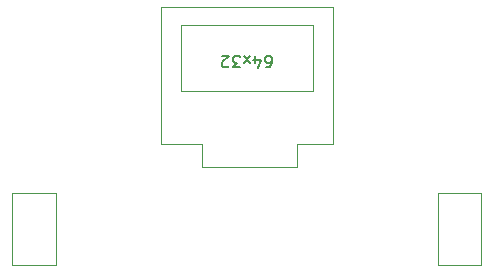
<source format=gbr>
%TF.GenerationSoftware,KiCad,Pcbnew,(5.1.7-0-10_14)*%
%TF.CreationDate,2020-11-27T19:57:41+01:00*%
%TF.ProjectId,AtmoNode,41746d6f-4e6f-4646-952e-6b696361645f,rev?*%
%TF.SameCoordinates,Original*%
%TF.FileFunction,Legend,Top*%
%TF.FilePolarity,Positive*%
%FSLAX46Y46*%
G04 Gerber Fmt 4.6, Leading zero omitted, Abs format (unit mm)*
G04 Created by KiCad (PCBNEW (5.1.7-0-10_14)) date 2020-11-27 19:57:41*
%MOMM*%
%LPD*%
G01*
G04 APERTURE LIST*
%ADD10C,0.120000*%
%ADD11C,0.150000*%
G04 APERTURE END LIST*
D10*
%TO.C,J2*%
X135590000Y-101030000D02*
X124410000Y-101030000D01*
X135590000Y-106620000D02*
X135590000Y-101030000D01*
X124410000Y-106620000D02*
X135590000Y-106620000D01*
X124410000Y-101030000D02*
X124410000Y-106620000D01*
X122750000Y-99500000D02*
X122750000Y-99500000D01*
X134210000Y-113100000D02*
X126210000Y-113100000D01*
X134210000Y-111100000D02*
X134210000Y-113100000D01*
X134220000Y-111100000D02*
X134210000Y-111100000D01*
X137250000Y-111100000D02*
X134220000Y-111100000D01*
X137250000Y-99500000D02*
X137250000Y-111100000D01*
X122750000Y-99500000D02*
X137250000Y-99500000D01*
X122750000Y-111100000D02*
X122750000Y-99500000D01*
X126210000Y-111100000D02*
X122750000Y-111100000D01*
X126210000Y-113100000D02*
X126210000Y-111100000D01*
%TO.C,SW2*%
X149850000Y-115240000D02*
X149850000Y-121360000D01*
X149850000Y-121360000D02*
X146150000Y-121360000D01*
X146150000Y-121360000D02*
X146150000Y-115240000D01*
X146150000Y-115240000D02*
X149850000Y-115240000D01*
%TO.C,SW3*%
X110150000Y-121360000D02*
X110150000Y-115240000D01*
X110150000Y-115240000D02*
X113850000Y-115240000D01*
X113850000Y-115240000D02*
X113850000Y-121360000D01*
X113850000Y-121360000D02*
X110150000Y-121360000D01*
%TO.C,J2*%
D11*
X131642857Y-104647619D02*
X131833333Y-104647619D01*
X131928571Y-104600000D01*
X131976190Y-104552380D01*
X132071428Y-104409523D01*
X132119047Y-104219047D01*
X132119047Y-103838095D01*
X132071428Y-103742857D01*
X132023809Y-103695238D01*
X131928571Y-103647619D01*
X131738095Y-103647619D01*
X131642857Y-103695238D01*
X131595238Y-103742857D01*
X131547619Y-103838095D01*
X131547619Y-104076190D01*
X131595238Y-104171428D01*
X131642857Y-104219047D01*
X131738095Y-104266666D01*
X131928571Y-104266666D01*
X132023809Y-104219047D01*
X132071428Y-104171428D01*
X132119047Y-104076190D01*
X130690476Y-104314285D02*
X130690476Y-103647619D01*
X130928571Y-104695238D02*
X131166666Y-103980952D01*
X130547619Y-103980952D01*
X130261904Y-103647619D02*
X129738095Y-104314285D01*
X130261904Y-104314285D02*
X129738095Y-103647619D01*
X129452380Y-104647619D02*
X128833333Y-104647619D01*
X129166666Y-104266666D01*
X129023809Y-104266666D01*
X128928571Y-104219047D01*
X128880952Y-104171428D01*
X128833333Y-104076190D01*
X128833333Y-103838095D01*
X128880952Y-103742857D01*
X128928571Y-103695238D01*
X129023809Y-103647619D01*
X129309523Y-103647619D01*
X129404761Y-103695238D01*
X129452380Y-103742857D01*
X128452380Y-104552380D02*
X128404761Y-104600000D01*
X128309523Y-104647619D01*
X128071428Y-104647619D01*
X127976190Y-104600000D01*
X127928571Y-104552380D01*
X127880952Y-104457142D01*
X127880952Y-104361904D01*
X127928571Y-104219047D01*
X128500000Y-103647619D01*
X127880952Y-103647619D01*
%TD*%
M02*

</source>
